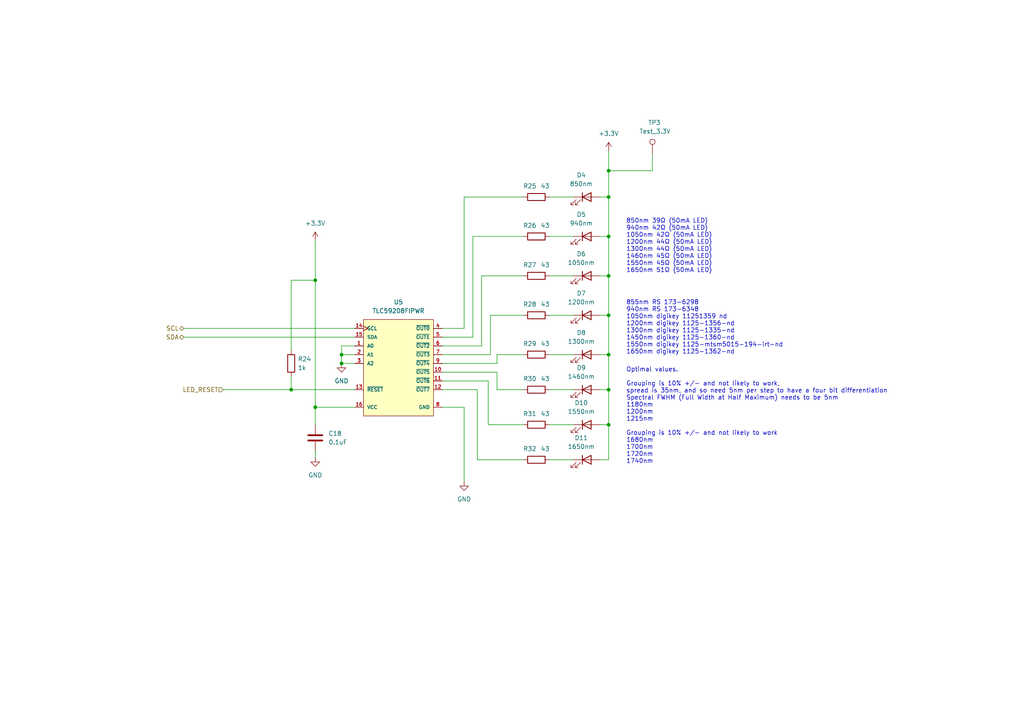
<source format=kicad_sch>
(kicad_sch (version 20250114) (generator "eeschema") (generator_version "9.0")
  (paper "A4")
  (title_block (title "PlasticScanner Handheld DB 2.3") (date "2022-03-15") (rev "2.1") (company "Plastic Scanner"))
  (lib_symbols
    (symbol "Connector:TestPoint" (pin_numbers (hide yes)) (pin_names (offset 0.762) (hide yes))
      (property "Reference" "TP" (at 0 6.858 0))
      (property "Value" "TestPoint" (at 0 5.08 0))
      (symbol "TestPoint_0_1"
        (circle (center 0 3.302) (radius 0.762))
      )
      (symbol "TestPoint_1_1"
        (pin passive line (at 0 0 90) (length 2.54) (name "1") (number "1"))
      )
    )
    (symbol "Device:C" (pin_numbers (hide yes)) (pin_names (offset 0.254))
      (property "Reference" "C" (at 0.635 2.54 0))
      (property "Value" "C" (at 0.635 -2.54 0))
      (symbol "C_0_1"
        (polyline (pts (xy -2.032 0.762) (xy 2.032 0.762)) (stroke (width 0.508)))
        (polyline (pts (xy -2.032 -0.762) (xy 2.032 -0.762)) (stroke (width 0.508)))
      )
      (symbol "C_1_1"
        (pin passive line (at 0 3.81 270) (length 2.794) (name "~") (number "1"))
        (pin passive line (at 0 -3.81 90) (length 2.794) (name "~") (number "2"))
      )
    )
    (symbol "Device:LED" (pin_numbers (hide yes)) (pin_names (offset 1.016) (hide yes))
      (property "Reference" "D" (at 0 2.54 0))
      (property "Value" "LED" (at 0 -2.54 0))
      (symbol "LED_0_1"
        (polyline (pts (xy -3.048 -0.762) (xy -4.572 -2.286) (xy -3.81 -2.286) (xy -4.572 -2.286) (xy -4.572 -1.524)))
        (polyline (pts (xy -1.778 -0.762) (xy -3.302 -2.286) (xy -2.54 -2.286) (xy -3.302 -2.286) (xy -3.302 -1.524)))
        (polyline (pts (xy -1.27 0) (xy 1.27 0)))
        (polyline (pts (xy -1.27 -1.27) (xy -1.27 1.27)) (stroke (width 0.254)))
        (polyline (pts (xy 1.27 -1.27) (xy 1.27 1.27) (xy -1.27 0) (xy 1.27 -1.27)) (stroke (width 0.254)))
      )
      (symbol "LED_1_1"
        (pin passive line (at -3.81 0 0) (length 2.54) (name "K") (number "1"))
        (pin passive line (at 3.81 0 180) (length 2.54) (name "A") (number "2"))
      )
    )
    (symbol "Device:R" (pin_numbers (hide yes)) (pin_names (offset 0))
      (property "Reference" "R" (at 2.032 0 90))
      (property "Value" "R" (at 0 0 90))
      (symbol "R_0_1"
        (rectangle (start -1.016 -2.54) (end 1.016 2.54) (stroke (width 0.254)))
      )
      (symbol "R_1_1"
        (pin passive line (at 0 3.81 270) (length 1.27) (name "~") (number "1"))
        (pin passive line (at 0 -3.81 90) (length 1.27) (name "~") (number "2"))
      )
    )
    (symbol "TLC59208:TLC59208FIPWR" (pin_names (offset 1.016))
      (property "Reference" "U" (at 0 5.08 0))
      (property "Value" "TLC59208FIPWR" (at 0 7.62 0))
      (symbol "TLC59208FIPWR_1_1"
        (rectangle (start 5.08 2.54) (end 25.4 -25.4) (fill (type background)))
        (pin input clock (at 2.54 0 0) (length 2.54) (name "SCL") (number "14"))
        (pin bidirectional line (at 2.54 -2.54 0) (length 2.54) (name "SDA") (number "15"))
        (pin input line (at 2.54 -5.08 0) (length 2.54) (name "A0") (number "1"))
        (pin input line (at 2.54 -7.62 0) (length 2.54) (name "A1") (number "2"))
        (pin input line (at 2.54 -10.16 0) (length 2.54) (name "A2") (number "3"))
        (pin input line (at 2.54 -17.78 0) (length 2.54) (name "~{RESET}") (number "13"))
        (pin power_in line (at 2.54 -22.86 0) (length 2.54) (name "VCC") (number "16"))
        (pin open_collector line (at 27.94 0 180) (length 2.54) (name "~{OUT0}") (number "4"))
        (pin open_collector line (at 27.94 -2.54 180) (length 2.54) (name "~{OUT1}") (number "5"))
        (pin open_collector line (at 27.94 -5.08 180) (length 2.54) (name "~{OUT2}") (number "6"))
        (pin open_collector line (at 27.94 -7.62 180) (length 2.54) (name "~{OUT3}") (number "7"))
        (pin open_collector line (at 27.94 -10.16 180) (length 2.54) (name "~{OUT4}") (number "9"))
        (pin open_collector line (at 27.94 -12.7 180) (length 2.54) (name "~{OUT5}") (number "10"))
        (pin open_collector line (at 27.94 -15.24 180) (length 2.54) (name "~{OUT6}") (number "11"))
        (pin open_collector line (at 27.94 -17.78 180) (length 2.54) (name "~{OUT7}") (number "12"))
        (pin power_in line (at 27.94 -22.86 180) (length 2.54) (name "GND") (number "8"))
      )
    )
    (symbol "power:+3.3V" (power) (pin_names (offset 0))
      (property "Value" "+3.3V" (at 0 3.556 0))
      (symbol "+3.3V_0_1"
        (polyline (pts (xy -0.762 1.27) (xy 0 2.54)))
        (polyline (pts (xy 0 2.54) (xy 0.762 1.27)))
        (polyline (pts (xy 0 0) (xy 0 2.54)))
      )
      (symbol "+3.3V_1_1"
        (pin power_in line (at 0 0 90) (length 0) (hide yes) (name "+3.3V") (number "1"))
      )
    )
    (symbol "power:GND" (power) (pin_names (offset 0))
      (property "Value" "GND" (at 0 -3.81 0))
      (symbol "GND_0_1"
        (polyline (pts (xy 0 0) (xy 0 -1.27) (xy 1.27 -1.27) (xy 0 -2.54) (xy -1.27 -1.27) (xy 0 -1.27)))
      )
      (symbol "GND_1_1"
        (pin power_in line (at 0 0 270) (length 0) (hide yes) (name "GND") (number "1"))
      )
    )
  )
  (text "855nm RS 173-6298\n940nm RS 173-6348\n1050nm digikey 11251359 nd\n1200nm digikey 1125-1356-nd\n1300nm digikey 1125-1335-nd\n1450nm digikey 1125-1360-nd\n1550nm digikey 1125-mtsm5015-194-irt-nd\n1650nm digikey 1125-1362-nd" (at 181.61 102.87 0) (effects (font (size 1.27 1.27)) (justify left bottom)))
  (text "850nm 39Ω (50mA LED)\n940nm 42Ω (50mA LED)\n1050nm 42Ω (50mA LED)\n1200nm 44Ω (50mA LED)\n1300nm 44Ω (50mA LED)\n1460nm 45Ω (50mA LED)\n1550nm 45Ω (50mA LED)\n1650nm 51Ω (50mA LED)\n\n" (at 181.61 81.28 0) (effects (font (size 1.27 1.27)) (justify left bottom)))
  (text "Optimal values.\n\nGrouping is 10% +/- and not likely to work, \nspread is 35nm, and so need 5nm per step to have a four bit differentiation\nSpectral FWHM (Full Width at Half Maximum) needs to be 5nm\n1180nm\n1200nm\n1215nm\n\nGrouping is 10% +/- and not likely to work\n1680nm \n1700nm \n1720nm \n1740nm" (at 181.61 134.62 0) (effects (font (size 1.27 1.27)) (justify left bottom)))
  (junction (at 176.53 113.03))
  (junction (at 91.44 118.11))
  (junction (at 99.06 105.41))
  (junction (at 176.53 57.15))
  (junction (at 99.06 102.87))
  (junction (at 176.53 49.53))
  (junction (at 176.53 91.44))
  (junction (at 176.53 68.58))
  (junction (at 91.44 81.28))
  (junction (at 176.53 80.01))
  (junction (at 176.53 123.19))
  (junction (at 84.455 113.03))
  (junction (at 176.53 102.87))
  (wire (pts (xy 176.53 102.87) (xy 176.53 91.44)))
  (wire (pts (xy 176.53 113.03) (xy 176.53 102.87)))
  (wire (pts (xy 176.53 57.15) (xy 173.99 57.15)))
  (wire (pts (xy 159.385 123.19) (xy 166.37 123.19)))
  (wire (pts (xy 99.06 105.41) (xy 99.06 102.87)))
  (wire (pts (xy 176.53 49.53) (xy 176.53 57.15)))
  (wire (pts (xy 159.385 133.35) (xy 166.37 133.35)))
  (wire (pts (xy 128.27 113.03) (xy 138.43 113.03)))
  (wire (pts (xy 189.23 49.53) (xy 176.53 49.53)))
  (wire (pts (xy 141.605 123.19) (xy 151.765 123.19)))
  (wire (pts (xy 151.765 68.58) (xy 137.16 68.58)))
  (wire (pts (xy 139.7 100.33) (xy 128.27 100.33)))
  (wire (pts (xy 138.43 133.35) (xy 151.765 133.35)))
  (wire (pts (xy 142.24 91.44) (xy 151.765 91.44)))
  (wire (pts (xy 53.34 97.79) (xy 102.87 97.79)))
  (wire (pts (xy 189.23 44.45) (xy 189.23 49.53)))
  (wire (pts (xy 91.44 118.11) (xy 91.44 123.19)))
  (wire (pts (xy 144.145 113.03) (xy 151.765 113.03)))
  (wire (pts (xy 159.385 113.03) (xy 166.37 113.03)))
  (wire (pts (xy 176.53 68.58) (xy 176.53 57.15)))
  (wire (pts (xy 176.53 123.19) (xy 173.99 123.19)))
  (wire (pts (xy 91.44 118.11) (xy 91.44 81.28)))
  (wire (pts (xy 137.16 68.58) (xy 137.16 97.79)))
  (wire (pts (xy 53.34 95.25) (xy 102.87 95.25)))
  (wire (pts (xy 99.06 102.87) (xy 102.87 102.87)))
  (wire (pts (xy 176.53 43.815) (xy 176.53 49.53)))
  (wire (pts (xy 128.27 107.95) (xy 144.145 107.95)))
  (wire (pts (xy 64.77 113.03) (xy 84.455 113.03)))
  (wire (pts (xy 176.53 133.35) (xy 176.53 123.19)))
  (wire (pts (xy 91.44 130.81) (xy 91.44 132.715)))
  (wire (pts (xy 176.53 68.58) (xy 173.99 68.58)))
  (wire (pts (xy 176.53 91.44) (xy 176.53 80.01)))
  (wire (pts (xy 159.385 68.58) (xy 166.37 68.58)))
  (wire (pts (xy 128.27 102.87) (xy 142.24 102.87)))
  (wire (pts (xy 91.44 81.28) (xy 84.455 81.28)))
  (wire (pts (xy 134.62 118.11) (xy 134.62 139.7)))
  (wire (pts (xy 176.53 133.35) (xy 173.99 133.35)))
  (wire (pts (xy 159.385 102.87) (xy 166.37 102.87)))
  (wire (pts (xy 142.24 102.87) (xy 142.24 91.44)))
  (wire (pts (xy 176.53 113.03) (xy 173.99 113.03)))
  (wire (pts (xy 159.385 91.44) (xy 166.37 91.44)))
  (wire (pts (xy 134.62 95.25) (xy 134.62 57.15)))
  (wire (pts (xy 99.06 100.33) (xy 99.06 102.87)))
  (wire (pts (xy 128.27 105.41) (xy 144.145 105.41)))
  (wire (pts (xy 99.06 100.33) (xy 102.87 100.33)))
  (wire (pts (xy 151.765 80.01) (xy 139.7 80.01)))
  (wire (pts (xy 176.53 102.87) (xy 173.99 102.87)))
  (wire (pts (xy 138.43 113.03) (xy 138.43 133.35)))
  (wire (pts (xy 128.27 95.25) (xy 134.62 95.25)))
  (wire (pts (xy 139.7 80.01) (xy 139.7 100.33)))
  (wire (pts (xy 141.605 110.49) (xy 141.605 123.19)))
  (wire (pts (xy 144.145 105.41) (xy 144.145 102.87)))
  (wire (pts (xy 144.145 107.95) (xy 144.145 113.03)))
  (wire (pts (xy 144.145 102.87) (xy 151.765 102.87)))
  (wire (pts (xy 128.27 110.49) (xy 141.605 110.49)))
  (wire (pts (xy 91.44 69.85) (xy 91.44 81.28)))
  (wire (pts (xy 84.455 81.28) (xy 84.455 101.6)))
  (wire (pts (xy 159.385 57.15) (xy 166.37 57.15)))
  (wire (pts (xy 84.455 109.22) (xy 84.455 113.03)))
  (wire (pts (xy 176.53 80.01) (xy 173.99 80.01)))
  (wire (pts (xy 102.87 118.11) (xy 91.44 118.11)))
  (wire (pts (xy 176.53 80.01) (xy 176.53 68.58)))
  (wire (pts (xy 99.06 105.41) (xy 102.87 105.41)))
  (wire (pts (xy 137.16 97.79) (xy 128.27 97.79)))
  (wire (pts (xy 134.62 57.15) (xy 151.765 57.15)))
  (wire (pts (xy 159.385 80.01) (xy 166.37 80.01)))
  (wire (pts (xy 128.27 118.11) (xy 134.62 118.11)))
  (wire (pts (xy 84.455 113.03) (xy 102.87 113.03)))
  (wire (pts (xy 176.53 91.44) (xy 173.99 91.44)))
  (wire (pts (xy 176.53 123.19) (xy 176.53 113.03)))
  (hierarchical_label "SCL" (shape bidirectional) (at 53.34 95.25 180) (property "Intersheetrefs" "${INTERSHEET_REFS}" (effects (hide yes))))
  (hierarchical_label "SDA" (shape bidirectional) (at 53.34 97.79 180) (property "Intersheetrefs" "${INTERSHEET_REFS}" (effects (hide yes))))
  (hierarchical_label "LED_RESET" (shape input) (at 64.77 113.03 180) (property "Intersheetrefs" "${INTERSHEET_REFS}" (effects (hide yes))))
  (symbol (lib_id "Device:LED") (at 170.18 102.87 0) (unit 1)
    (property "Reference" "D8" (at 168.5925 96.52 0))
    (property "Value" "1300nm" (at 168.5925 99.06 0))
    (property "Footprint" "LED_SMD:LED_1206_3216Metric_Pad1.42x1.75mm_HandSolder" (effects (hide yes)))
    (property "Datasheet" "https://marktechopto.com/pdf/products/datasheet/MTSM6014-194-IR.pdf" (effects (hide yes)))
    (property "digikey part number" "1125-MTSM6014-194-IRCT-ND" (effects (hide yes)))
    (property "digikey description" "SWIR EMITTER 1460NM 1206 SMD" (effects (hide yes)))
  )
  (symbol (lib_id "Device:R") (at 155.575 133.35 90) (unit 1)
    (property "Reference" "R32" (at 153.67 130.175 90))
    (property "Value" "43" (at 158.115 130.175 90))
    (property "Footprint" "Resistor_SMD:R_0603_1608Metric_Pad0.98x0.95mm_HandSolder" (effects (hide yes)))
    (property "digikey description" "RES SMD 43 OHM 5% 1/3W 0603" (effects (hide yes)))
    (property "mouser description" "ERJ-3EKF1300V" (effects (hide yes)))
    (property "mouser part number" "667-ERJ-3EKF1300V" (effects (hide yes)))
    (property "digikey part number" "P43.00BZCT-ND" (effects (hide yes)))
  )
  (symbol (lib_id "TLC59208:TLC59208FIPWR") (at 100.33 95.25 0) (unit 1)
    (property "Reference" "U5" (at 115.57 87.63 0))
    (property "Value" "TLC59208FIPWR" (at 115.57 90.17 0))
    (property "Footprint" "TLC59208FIPWR:SOP65P640X120-16N" (effects (hide yes)))
    (property "Datasheet" "http://www.ti.com/general/docs/lit/getliterature.tsp?genericPartNumber=TLC59208F&fileType=pdf" (effects (hide yes)))
    (property "Code  JEDEC" "MO-153" (effects (hide yes)))
    (property "Component Link 1 Description" "Manufacturer URL" (effects (hide yes)))
    (property "Component Link 1 URL" "http://www.ti.com/" (effects (hide yes)))
    (property "Component Link 3 Description" "Package Specification" (effects (hide yes)))
    (property "Component Link 3 URL" "http://www.ti.com/lit/ml/mpds361/mpds361.pdf" (effects (hide yes)))
    (property "Datasheet Version" "SCLS715" (effects (hide yes)))
    (property "Iout Max A" "0.05" (effects (hide yes)))
    (property "Mounting Technology" "Surface Mount" (effects (hide yes)))
    (property "Package Description" "16-Pin Plastic Small Outline, Body 4.40 x 5.00 mm, Pitch 0.65 mm" (effects (hide yes)))
    (property "Package Version" "4040064-4/G" (effects (hide yes)))
    (property "Sub Family" "LED Driver" (effects (hide yes)))
    (property "Vin Max V" "5.5" (effects (hide yes)))
    (property "Vin Min V" "3" (effects (hide yes)))
    (property "category" "IC" (effects (hide yes)))
    (property "ciiva ids" "1426985" (effects (hide yes)))
    (property "library id" "9bf7f104929dd8ed" (effects (hide yes)))
    (property "manufacturer" "Texas Instruments" (effects (hide yes)))
    (property "package" "PW0016A" (effects (hide yes)))
    (property "release date" "1464576871" (effects (hide yes)))
    (property "rohs" "Yes" (effects (hide yes)))
    (property "vault revision" "C0AC1098-4EF5-4502-9510-91D6A29A40EB" (effects (hide yes)))
    (property "imported" "yes" (effects (hide yes)))
    (property "digikey description" "TLC59208FIPWR" (effects (hide yes)))
    (property "digikey part number" "296-36508-2-ND" (effects (hide yes)))
  )
  (symbol (lib_id "Device:R") (at 155.575 68.58 90) (unit 1)
    (property "Reference" "R26" (at 153.67 65.405 90))
    (property "Value" "43" (at 158.115 65.405 90))
    (property "Footprint" "Resistor_SMD:R_0603_1608Metric_Pad0.98x0.95mm_HandSolder" (effects (hide yes)))
    (property "digikey description" "RES SMD 43 OHM 5% 1/3W 0603" (effects (hide yes)))
    (property "digikey part number" "P43.00BZCT-ND" (effects (hide yes)))
  )
  (symbol (lib_id "Connector:TestPoint") (at 189.23 44.45 0) (unit 1) (in_bom no)
    (property "Reference" "TP3" (at 187.96 35.56 0) (effects (justify left)))
    (property "Value" "Test_3.3V" (at 185.42 38.1 0) (effects (justify left)))
    (property "Footprint" "TestPoint:TestPoint_Pad_D1.5mm" (effects (hide yes)))
  )
  (symbol (lib_id "Device:R") (at 84.455 105.41 180) (unit 1)
    (property "Reference" "R24" (at 86.36 104.1399 0) (effects (justify right)))
    (property "Value" "1k" (at 86.36 106.6799 0) (effects (justify right)))
    (property "Footprint" "Resistor_SMD:R_0603_1608Metric_Pad0.98x0.95mm_HandSolder" (effects (hide yes)))
    (property "digikey description" "RES 1K OHM 1% 1/10W 0603" (effects (hide yes)))
    (property "digikey part number" "311-1.00KHRCT-ND" (effects (hide yes)))
  )
  (symbol (lib_id "power:GND") (at 99.06 105.41 0) (unit 1)
    (property "Reference" "#PWR037" (effects (hide yes)))
    (property "Value" "GND" (at 99.06 110.49 0))
  )
  (symbol (lib_id "Device:C") (at 91.44 127 0) (unit 1)
    (property "Reference" "C18" (at 95.25 125.7299 0) (effects (justify left)))
    (property "Value" "0.1uF" (at 95.25 128.2699 0) (effects (justify left)))
    (property "Footprint" "Capacitor_SMD:C_0603_1608Metric_Pad1.08x0.95mm_HandSolder" (effects (hide yes)))
    (property "digikey description" "CAP CER 0.1UF 16V X7R 0603" (effects (hide yes)))
    (property "digikey part number" "311-1088-1-ND" (effects (hide yes)))
  )
  (symbol (lib_id "Device:LED") (at 170.18 113.03 0) (unit 1)
    (property "Reference" "D9" (at 168.5925 106.68 0))
    (property "Value" "1460nm" (at 168.5925 109.22 0))
    (property "Footprint" "LED_SMD:LED_1206_3216Metric_Pad1.42x1.75mm_HandSolder" (effects (hide yes)))
    (property "Datasheet" "https://www.epigap-osa.de/wp-content/uploads/2023/07/OIS-150-1550n.pdf" (effects (hide yes)))
    (property "digikey part number" "5242-OIS-1501550N-X-TCT-ND" (effects (hide yes)))
    (property "digikey description" "SWIR EMITTER 1550NM 1206 SMD FLA" (effects (hide yes)))
  )
  (symbol (lib_id "Device:LED") (at 170.18 57.15 0) (unit 1)
    (property "Reference" "D4" (at 168.5925 50.8 0))
    (property "Value" "850nm" (at 168.5925 53.34 0))
    (property "Footprint" "LED_SMD:LED_1206_3216Metric_Pad1.42x1.75mm_HandSolder" (effects (hide yes)))
    (property "Datasheet" "https://www.qt-brightek.com/datasheet/QBLP650-IR3.pdf" (effects (hide yes)))
    (property "digikey part number" "1516-1269-1-ND" (effects (hide yes)))
    (property "digikey description" "LED CHIP IR WLP 850NM 1206 SMD" (effects (hide yes)))
  )
  (symbol (lib_id "power:GND") (at 134.62 139.7 0) (unit 1)
    (property "Reference" "#PWR038" (effects (hide yes)))
    (property "Value" "GND" (at 134.62 144.78 0))
  )
  (symbol (lib_id "power:GND") (at 91.44 132.715 0) (unit 1)
    (property "Reference" "#PWR036" (effects (hide yes)))
    (property "Value" "GND" (at 91.44 137.795 0))
  )
  (symbol (lib_id "Device:LED") (at 170.18 91.44 0) (unit 1)
    (property "Reference" "D7" (at 168.5925 85.09 0))
    (property "Value" "1200nm" (at 168.5925 87.63 0))
    (property "Footprint" "LED_SMD:LED_1206_3216Metric_Pad1.42x1.75mm_HandSolder" (effects (hide yes)))
    (property "Datasheet" "https://www.epigap-osa.de/wp-content/uploads/2023/07/OIS-150-1300n.pdf" (effects (hide yes)))
    (property "digikey part number" "5242-OIS-1501300N-X-TCT-ND" (effects (hide yes)))
    (property "digikey description" "SWIR EMITTER 1300NM 1206 SMD FLA" (effects (hide yes)))
  )
  (symbol (lib_id "Device:R") (at 155.575 57.15 90) (unit 1)
    (property "Reference" "R25" (at 153.67 53.975 90))
    (property "Value" "43" (at 158.115 53.975 90))
    (property "Footprint" "Resistor_SMD:R_0603_1608Metric_Pad0.98x0.95mm_HandSolder" (effects (hide yes)))
    (property "digikey description" "RES SMD 43 OHM 5% 1/3W 0603" (effects (hide yes)))
    (property "digikey part number" "P43.00BZCT-ND" (effects (hide yes)))
  )
  (symbol (lib_id "Device:R") (at 155.575 113.03 90) (unit 1)
    (property "Reference" "R30" (at 153.67 109.855 90))
    (property "Value" "43" (at 158.115 109.855 90))
    (property "Footprint" "Resistor_SMD:R_0603_1608Metric_Pad0.98x0.95mm_HandSolder" (effects (hide yes)))
    (property "digikey description" "RES SMD 43 OHM 5% 1/3W 0603" (effects (hide yes)))
    (property "digikey part number" "P43.00BZCT-ND" (effects (hide yes)))
  )
  (symbol (lib_id "Device:LED") (at 170.18 133.35 0) (unit 1)
    (property "Reference" "D11" (at 168.5925 127 0))
    (property "Value" "1650nm" (at 168.5925 129.54 0))
    (property "Footprint" "LED_SMD:LED_1206_3216Metric_Pad1.42x1.75mm_HandSolder" (effects (hide yes)))
    (property "Datasheet" "https://marktechopto.com/pdf/products/datasheet/MTSM0012-194-IR.pdf" (effects (hide yes)))
    (property "digikey part number" "1125-MTSM0012-194-IRCT-ND" (effects (hide yes)))
    (property "digikey description" "SWIR EMITTER 1200NM 1206 SMD" (effects (hide yes)))
  )
  (symbol (lib_id "power:+3.3V") (at 176.53 43.815 0) (unit 1)
    (property "Reference" "#PWR039" (effects (hide yes)))
    (property "Value" "+3.3V" (at 176.53 38.735 0))
  )
  (symbol (lib_id "Device:R") (at 155.575 102.87 90) (unit 1)
    (property "Reference" "R29" (at 153.67 99.695 90))
    (property "Value" "43" (at 158.115 99.695 90))
    (property "Footprint" "Resistor_SMD:R_0603_1608Metric_Pad0.98x0.95mm_HandSolder" (effects (hide yes)))
    (property "digikey description" "RES SMD 43 OHM 5% 1/3W 0603" (effects (hide yes)))
    (property "digikey part number" "P43.00BZCT-ND" (effects (hide yes)))
  )
  (symbol (lib_id "Device:LED") (at 170.18 80.01 0) (unit 1)
    (property "Reference" "D6" (at 168.5925 73.66 0))
    (property "Value" "1050nm" (at 168.5925 76.2 0))
    (property "Footprint" "LED_SMD:LED_1206_3216Metric_Pad1.42x1.75mm_HandSolder" (effects (hide yes)))
    (property "Datasheet" "https://www.marktechopto.com/pdf/products/datasheet/MTSM5010-199-IR.pdf" (effects (hide yes)))
    (property "digikey part number" "1125-1342-ND" (effects (hide yes)))
    (property "digikey description" "SWIR EMITTER 1050NM 1206 SMD" (effects (hide yes)))
  )
  (symbol (lib_id "Device:LED") (at 170.18 68.58 0) (unit 1)
    (property "Reference" "D5" (at 168.5925 62.23 0))
    (property "Value" "940nm" (at 168.5925 64.77 0))
    (property "Footprint" "LED_SMD:LED_1206_3216Metric_Pad1.42x1.75mm_HandSolder" (effects (hide yes)))
    (property "Datasheet" "https://everlighteurope.com/index.php?controller=attachment&id_attachment=4884" (effects (hide yes)))
    (property "digikey part number" "1080-1350-1-ND" (effects (hide yes)))
    (property "digikey description" "EMITTER IR 940NM 65MA 1206" (effects (hide yes)))
  )
  (symbol (lib_id "Device:R") (at 155.575 123.19 90) (unit 1)
    (property "Reference" "R31" (at 153.67 120.015 90))
    (property "Value" "43" (at 158.115 120.015 90))
    (property "Footprint" "Resistor_SMD:R_0603_1608Metric_Pad0.98x0.95mm_HandSolder" (effects (hide yes)))
    (property "digikey description" "RES SMD 43 OHM 5% 1/3W 0603" (effects (hide yes)))
    (property "digikey part number" "P43.00BZCT-ND" (effects (hide yes)))
  )
  (symbol (lib_id "Device:R") (at 155.575 80.01 90) (unit 1)
    (property "Reference" "R27" (at 153.67 76.835 90))
    (property "Value" "43" (at 158.115 76.835 90))
    (property "Footprint" "Resistor_SMD:R_0603_1608Metric_Pad0.98x0.95mm_HandSolder" (effects (hide yes)))
    (property "digikey description" "RES SMD 43 OHM 5% 1/3W 0603" (effects (hide yes)))
    (property "digikey part number" "P43.00BZCT-ND" (effects (hide yes)))
  )
  (symbol (lib_id "power:+3.3V") (at 91.44 69.85 0) (unit 1)
    (property "Reference" "#PWR035" (effects (hide yes)))
    (property "Value" "+3.3V" (at 91.44 64.77 0))
  )
  (symbol (lib_id "Device:R") (at 155.575 91.44 90) (unit 1)
    (property "Reference" "R28" (at 153.67 88.265 90))
    (property "Value" "43" (at 158.115 88.265 90))
    (property "Footprint" "Resistor_SMD:R_0603_1608Metric_Pad0.98x0.95mm_HandSolder" (effects (hide yes)))
    (property "digikey description" "RES SMD 43 OHM 5% 1/3W 0603" (effects (hide yes)))
    (property "digikey part number" "P43.00BZCT-ND" (effects (hide yes)))
  )
  (symbol (lib_id "Device:LED") (at 170.18 123.19 0) (unit 1)
    (property "Reference" "D10" (at 168.5925 116.84 0))
    (property "Value" "1550nm" (at 168.5925 119.38 0))
    (property "Footprint" "LED_SMD:LED_1206_3216Metric_Pad1.42x1.75mm_HandSolder" (effects (hide yes)))
    (property "Datasheet" "https://www.marktechopto.com/pdf/products/datasheet/MTSM5016-199-IR.pdf" (effects (hide yes)))
    (property "digikey part number" "1125-1354-ND" (effects (hide yes)))
    (property "digikey description" "SWIR EMITTER 1650NM 1206 SMD MTSM5016-199-IR" (effects (hide yes)))
  )
)
</source>
